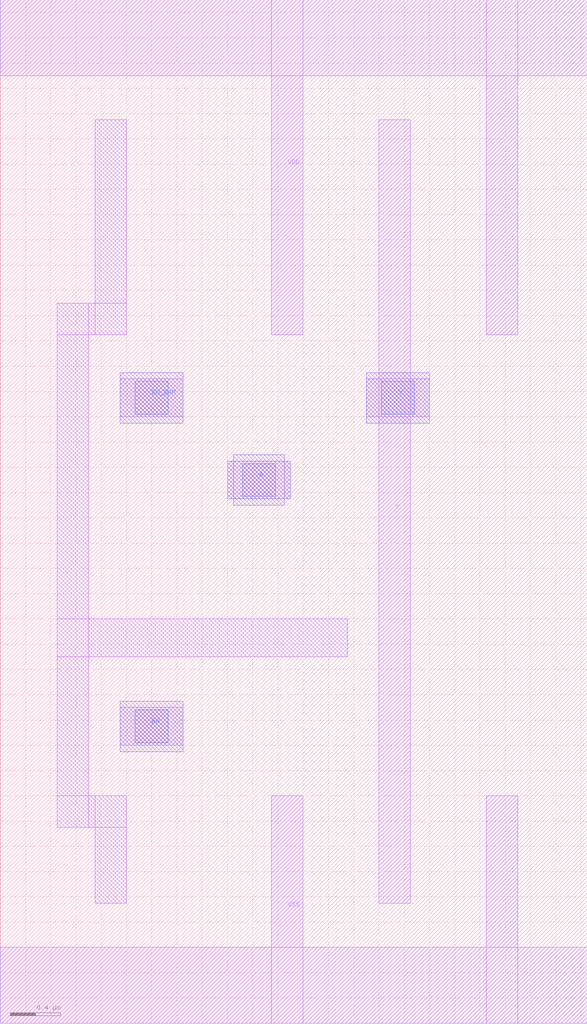
<source format=lef>
# Copyright 2022 Google LLC
# Licensed under the Apache License, Version 2.0 (the "License");
# you may not use this file except in compliance with the License.
# You may obtain a copy of the License at
#
#      http://www.apache.org/licenses/LICENSE-2.0
#
# Unless required by applicable law or agreed to in writing, software
# distributed under the License is distributed on an "AS IS" BASIS,
# WITHOUT WARRANTIES OR CONDITIONS OF ANY KIND, either express or implied.
# See the License for the specific language governing permissions and
# limitations under the License.
VERSION 5.7 ;
BUSBITCHARS "[]" ;
DIVIDERCHAR "/" ;

MACRO gf180mcu_osu_sc_gp12t3v3__tbuf_2
  CLASS CORE ;
  ORIGIN 0 0 ;
  FOREIGN gf180mcu_osu_sc_gp12t3v3__tbuf_2 0 0 ;
  SIZE 4.65 BY 8.1 ;
  SYMMETRY X Y ;
  SITE GF180_3p3_12t ;
  PIN VDD
    DIRECTION INOUT ;
    USE POWER ;
    SHAPE ABUTMENT ;
    PORT
      LAYER MET1 ;
        RECT 0 7.5 4.65 8.1 ;
        RECT 3.85 5.45 4.1 8.1 ;
        RECT 2.15 5.45 2.4 8.1 ;
    END
  END VDD
  PIN VSS
    DIRECTION INOUT ;
    USE GROUND ;
    PORT
      LAYER MET1 ;
        RECT 0 0 4.65 0.6 ;
        RECT 3.85 0 4.1 1.8 ;
        RECT 2.15 0 2.4 1.8 ;
    END
  END VSS
  PIN A
    DIRECTION INPUT ;
    USE SIGNAL ;
    PORT
      LAYER MET1 ;
        RECT 1.8 4.15 2.3 4.45 ;
      LAYER MET2 ;
        RECT 1.8 4.15 2.3 4.45 ;
        RECT 1.85 4.1 2.25 4.5 ;
      LAYER VIA12 ;
        RECT 1.92 4.17 2.18 4.43 ;
    END
  END A
  PIN EN
    DIRECTION INPUT ;
    USE SIGNAL ;
    PORT
      LAYER MET1 ;
        RECT 0.95 2.2 1.45 2.5 ;
      LAYER MET2 ;
        RECT 0.95 2.15 1.45 2.55 ;
      LAYER VIA12 ;
        RECT 1.07 2.22 1.33 2.48 ;
    END
  END EN
  PIN EN_BAR
    DIRECTION INPUT ;
    USE SIGNAL ;
    PORT
      LAYER MET1 ;
        RECT 0.95 4.8 1.45 5.1 ;
      LAYER MET2 ;
        RECT 0.95 4.75 1.45 5.15 ;
      LAYER VIA12 ;
        RECT 1.07 4.82 1.33 5.08 ;
    END
  END EN_BAR
  PIN Y
    DIRECTION OUTPUT ;
    USE SIGNAL ;
    PORT
      LAYER MET1 ;
        RECT 2.9 4.8 3.4 5.1 ;
        RECT 3 0.95 3.25 7.15 ;
      LAYER MET2 ;
        RECT 2.9 4.75 3.4 5.15 ;
      LAYER VIA12 ;
        RECT 3.02 4.82 3.28 5.08 ;
    END
  END Y
  OBS
    LAYER MET1 ;
      RECT 0.75 5.45 1 7.15 ;
      RECT 0.45 5.45 1 5.7 ;
      RECT 0.45 1.55 0.7 5.7 ;
      RECT 0.45 2.9 2.75 3.2 ;
      RECT 0.45 1.55 1 1.8 ;
      RECT 0.75 0.95 1 1.8 ;
  END
END gf180mcu_osu_sc_gp12t3v3__tbuf_2

</source>
